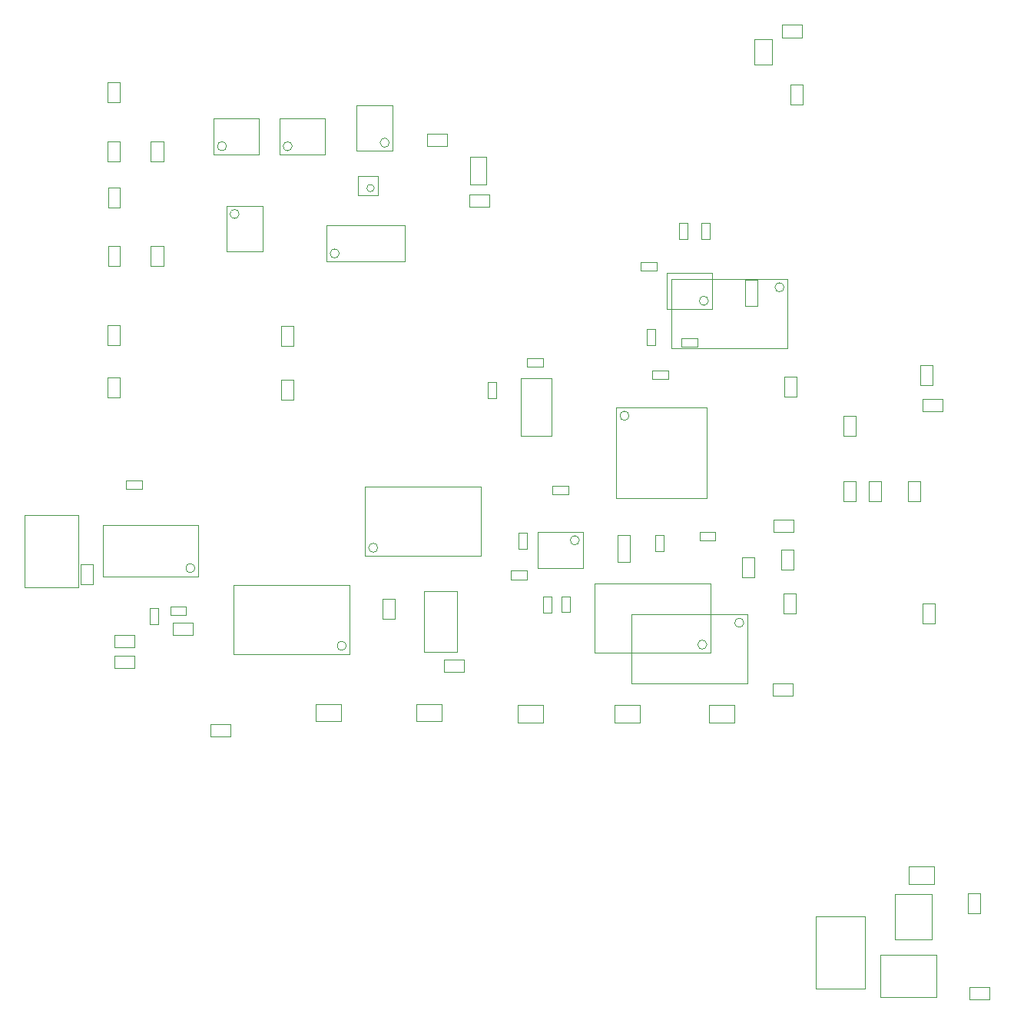
<source format=gbr>
%TF.GenerationSoftware,Altium Limited,Altium Designer,18.1.9 (240)*%
G04 Layer_Color=16711935*
%FSLAX26Y26*%
%MOIN*%
%TF.FileFunction,Other,Mechanical_13*%
%TF.Part,Single*%
G01*
G75*
%TA.AperFunction,NonConductor*%
%ADD73C,0.003937*%
D73*
X8636378Y5562992D02*
G03*
X8636378Y5562992I-19685J0D01*
G01*
X8444488Y4027402D02*
G03*
X8444488Y4027402I-19685J0D01*
G01*
X9101220Y3690827D02*
G03*
X9101220Y3690827I-19685J0D01*
G01*
X9238150Y4115827D02*
G03*
X9238150Y4115827I-19685J0D01*
G01*
X10826220Y3790512D02*
G03*
X10826220Y3790512I-19685J0D01*
G01*
X10666220Y3695827D02*
G03*
X10666220Y3695827I-19685J0D01*
G01*
X10112677Y4148307D02*
G03*
X10112677Y4148307I-19685J0D01*
G01*
X10672677Y5186693D02*
G03*
X10672677Y5186693I-19685J0D01*
G01*
X9222559Y5675157D02*
G03*
X9222559Y5675157I-15748J0D01*
G01*
X9070827Y5391693D02*
G03*
X9070827Y5391693I-19685J0D01*
G01*
X10328268Y4688349D02*
G03*
X10328268Y4688349I-19685J0D01*
G01*
X11001220Y5245118D02*
G03*
X11001220Y5245118I-19685J0D01*
G01*
X8581693Y5856693D02*
G03*
X8581693Y5856693I-19685J0D01*
G01*
X8866693D02*
G03*
X8866693Y5856693I-19685J0D01*
G01*
X9287992Y5872008D02*
G03*
X9287992Y5872008I-19685J0D01*
G01*
X8738740Y5401575D02*
Y5598425D01*
X8581260D02*
X8738740D01*
X8581260Y5401575D02*
X8738740D01*
X8581260D02*
Y5598425D01*
X8046850Y3991969D02*
Y4212441D01*
X8460236Y3991969D02*
Y4212441D01*
X8046850D02*
X8460236D01*
X8046850Y3991969D02*
X8460236D01*
X7705709Y3942520D02*
Y4257480D01*
X7937992Y3942520D02*
Y4257480D01*
X7705709Y3942520D02*
X7937992D01*
X7705709Y4257480D02*
X7937992D01*
X8145551Y4371299D02*
X8214449D01*
X8145551Y4408701D02*
X8214449D01*
X8145551Y4371299D02*
Y4408701D01*
X8214449Y4371299D02*
Y4408701D01*
X7950591Y3956693D02*
Y4043307D01*
X8003740Y3956693D02*
Y4043307D01*
X7950591Y3956693D02*
X8003740D01*
X7950591Y4043307D02*
X8003740D01*
X8248465Y3785551D02*
Y3854449D01*
X8285866Y3785551D02*
Y3854449D01*
X8248465D02*
X8285866D01*
X8248465Y3785551D02*
X8285866D01*
X8337717Y3822480D02*
X8406614D01*
X8337717Y3859882D02*
X8406614D01*
X8337717Y3822480D02*
Y3859882D01*
X8406614Y3822480D02*
Y3859882D01*
X8096693Y3683425D02*
X8183307D01*
X8096693Y3736575D02*
X8183307D01*
Y3683425D02*
Y3736575D01*
X8096693Y3683425D02*
Y3736575D01*
X8348858Y3738425D02*
X8435472D01*
X8348858Y3791575D02*
X8435472D01*
Y3738425D02*
Y3791575D01*
X8348858Y3738425D02*
Y3791575D01*
X8096693Y3593425D02*
X8183307D01*
X8096693Y3646575D02*
X8183307D01*
Y3593425D02*
Y3646575D01*
X8096693Y3593425D02*
Y3646575D01*
X8511693Y3351575D02*
X8598307D01*
X8511693Y3298425D02*
X8598307D01*
X8511693D02*
Y3351575D01*
X8598307Y3298425D02*
Y3351575D01*
X9526693Y3631575D02*
X9613307D01*
X9526693Y3578425D02*
X9613307D01*
X9526693D02*
Y3631575D01*
X9613307Y3578425D02*
Y3631575D01*
X9311575Y3806693D02*
Y3893307D01*
X9258425Y3806693D02*
Y3893307D01*
X9311575D01*
X9258425Y3806693D02*
X9311575D01*
X8613031Y3655394D02*
Y3954606D01*
X9116969Y3655394D02*
Y3954606D01*
X8613031D02*
X9116969D01*
X8613031Y3655394D02*
X9116969D01*
X9686969Y4080394D02*
Y4379606D01*
X9183031Y4080394D02*
Y4379606D01*
X9686969D01*
X9183031Y4080394D02*
X9686969D01*
X10633976Y4184535D02*
X10702874D01*
X10633976Y4147133D02*
X10702874D01*
X10633976D02*
Y4184535D01*
X10702874Y4147133D02*
Y4184535D01*
X10338031Y3526732D02*
Y3825945D01*
X10841969Y3526732D02*
Y3825945D01*
X10338031Y3526732D02*
X10841969D01*
X10338031Y3825945D02*
X10841969D01*
X8969882Y3363898D02*
X9080118D01*
X8969882Y3438701D02*
X9080118D01*
Y3363898D02*
Y3438701D01*
X8969882Y3363898D02*
Y3438701D01*
X9404882Y3363898D02*
X9515118D01*
X9404882Y3438701D02*
X9515118D01*
Y3363898D02*
Y3438701D01*
X9404882Y3363898D02*
Y3438701D01*
X9844882Y3357598D02*
X9955118D01*
X9844882Y3432402D02*
X9955118D01*
Y3357598D02*
Y3432402D01*
X9844882Y3357598D02*
Y3432402D01*
X10674882Y3357598D02*
X10785118D01*
X10674882Y3432402D02*
X10785118D01*
Y3357598D02*
Y3432402D01*
X10674882Y3357598D02*
Y3432402D01*
X10264882Y3357598D02*
X10375118D01*
X10264882Y3432402D02*
X10375118D01*
Y3357598D02*
Y3432402D01*
X10264882Y3357598D02*
Y3432402D01*
X9857480Y4600000D02*
X9992520D01*
X9857480D02*
Y4850000D01*
X9992520Y4600000D02*
Y4850000D01*
X9857480D02*
X9992520D01*
X10441299Y4100551D02*
Y4169449D01*
X10478701Y4100551D02*
Y4169449D01*
X10441299D02*
X10478701D01*
X10441299Y4100551D02*
X10478701D01*
X9753701Y4765551D02*
Y4834449D01*
X9716299Y4765551D02*
Y4834449D01*
X9753701D01*
X9716299Y4765551D02*
X9753701D01*
X9954449Y4901299D02*
Y4938701D01*
X9885551Y4901299D02*
Y4938701D01*
Y4901299D02*
X9954449D01*
X9885551Y4938701D02*
X9954449D01*
X10178031Y3660394D02*
Y3959606D01*
X10681969Y3660394D02*
Y3959606D01*
X10178031D02*
X10681969D01*
X10178031Y3660394D02*
X10681969D01*
X10280039Y4170079D02*
X10331220D01*
X10280039Y4055118D02*
X10331220D01*
X10280039D02*
Y4170079D01*
X10331220Y4055118D02*
Y4170079D01*
X9848031Y4179449D02*
X9885433D01*
X9848031Y4110551D02*
X9885433D01*
Y4179449D01*
X9848031Y4110551D02*
Y4179449D01*
X10036299Y3836142D02*
X10073701D01*
X10036299Y3905039D02*
X10073701D01*
X10036299Y3836142D02*
Y3905039D01*
X10073701Y3836142D02*
Y3905039D01*
X9956299Y3904449D02*
X9993701D01*
X9956299Y3835551D02*
X9993701D01*
Y3904449D01*
X9956299Y3835551D02*
Y3904449D01*
X9995551Y4383701D02*
X10064449D01*
X9995551Y4346299D02*
X10064449D01*
X9995551D02*
Y4383701D01*
X10064449Y4346299D02*
Y4383701D01*
X9815551Y3979016D02*
X9884449D01*
X9815551Y4016417D02*
X9884449D01*
Y3979016D02*
Y4016417D01*
X9815551Y3979016D02*
Y4016417D01*
X9931575Y4026260D02*
Y4183740D01*
X10128425Y4026260D02*
Y4183740D01*
X9931575Y4026260D02*
X10128425D01*
X9931575Y4183740D02*
X10128425D01*
X10491575Y5151260D02*
Y5308740D01*
X10688425Y5151260D02*
Y5308740D01*
X10491575D02*
X10688425D01*
X10491575Y5151260D02*
X10688425D01*
X10430551Y4883701D02*
X10499449D01*
X10430551Y4846299D02*
X10499449D01*
X10430551D02*
Y4883701D01*
X10499449Y4846299D02*
Y4883701D01*
X10641299Y5524449D02*
X10678701D01*
X10641299Y5455551D02*
X10678701D01*
X10641299D02*
Y5524449D01*
X10678701Y5455551D02*
Y5524449D01*
X10546299Y5455551D02*
X10583701D01*
X10546299Y5524449D02*
X10583701D01*
Y5455551D02*
Y5524449D01*
X10546299Y5455551D02*
Y5524449D01*
X10833780Y5162520D02*
X10884961D01*
X10833780Y5277480D02*
X10884961D01*
X10833780Y5162520D02*
Y5277480D01*
X10884961Y5162520D02*
Y5277480D01*
X10406299Y4995551D02*
X10443701D01*
X10406299Y5064449D02*
X10443701D01*
Y4995551D02*
Y5064449D01*
X10406299Y4995551D02*
Y5064449D01*
X10380551Y5353701D02*
X10449449D01*
X10380551Y5316299D02*
X10449449D01*
Y5353701D01*
X10380551Y5316299D02*
Y5353701D01*
X10555551Y4986299D02*
X10624449D01*
X10555551Y5023701D02*
X10624449D01*
X10555551Y4986299D02*
Y5023701D01*
X10624449Y4986299D02*
Y5023701D01*
X9238307Y5643661D02*
Y5726338D01*
X9151693Y5643661D02*
Y5726338D01*
Y5643661D02*
X9238307D01*
X9151693Y5726338D02*
X9238307D01*
X9015709Y5356260D02*
X9354291D01*
X9015709Y5513740D02*
X9354291D01*
X9015709Y5356260D02*
Y5513740D01*
X9354291Y5356260D02*
Y5513740D01*
X9451693Y5858425D02*
X9538307D01*
X9451693Y5911575D02*
X9538307D01*
Y5858425D02*
Y5911575D01*
X9451693Y5858425D02*
Y5911575D01*
X9636693Y5593425D02*
X9723307D01*
X9636693Y5646575D02*
X9723307D01*
Y5593425D02*
Y5646575D01*
X9636693Y5593425D02*
Y5646575D01*
X9640551Y5689961D02*
X9709449D01*
X9640551Y5810039D02*
X9709449D01*
Y5689961D02*
Y5810039D01*
X9640551Y5689961D02*
Y5810039D01*
X11137913Y2202913D02*
Y2517087D01*
X11352087Y2202913D02*
Y2517087D01*
X11137913Y2202913D02*
X11352087D01*
X11137913Y2517087D02*
X11352087D01*
X11542953Y2732402D02*
X11653189D01*
X11542953Y2657598D02*
X11653189D01*
X11542953D02*
Y2732402D01*
X11653189Y2657598D02*
Y2732402D01*
X11806693Y2158425D02*
X11893307D01*
X11806693Y2211575D02*
X11893307D01*
Y2158425D02*
Y2211575D01*
X11806693Y2158425D02*
Y2211575D01*
X11851575Y2531693D02*
Y2618307D01*
X11798425Y2531693D02*
Y2618307D01*
X11851575D01*
X11798425Y2531693D02*
X11851575D01*
X11481102Y2613425D02*
X11642520D01*
X11481102Y2416575D02*
X11642520D01*
X11481102D02*
Y2613425D01*
X11642520Y2416575D02*
Y2613425D01*
X11418937Y2351142D02*
X11661063D01*
X11418937Y2168858D02*
X11661063D01*
X11418937D02*
Y2351142D01*
X11661063Y2168858D02*
Y2351142D01*
X8308559Y5336693D02*
Y5423307D01*
X8253441Y5336693D02*
Y5423307D01*
X8308559D01*
X8253441Y5336693D02*
X8308559D01*
X8307559Y5791693D02*
Y5878307D01*
X8252441Y5791693D02*
Y5878307D01*
X8307559D01*
X8252441Y5791693D02*
X8307559D01*
X8119575D02*
Y5878307D01*
X8066425Y5791693D02*
Y5878307D01*
X8119575D01*
X8066425Y5791693D02*
X8119575D01*
X8120575Y5336693D02*
Y5423307D01*
X8067425Y5336693D02*
Y5423307D01*
X8120575D01*
X8067425Y5336693D02*
X8120575D01*
X8872559Y4756693D02*
Y4843307D01*
X8817441Y4756693D02*
Y4843307D01*
X8872559D01*
X8817441Y4756693D02*
X8872559D01*
X8120575Y5591693D02*
Y5678307D01*
X8067425Y5591693D02*
Y5678307D01*
X8120575D01*
X8067425Y5591693D02*
X8120575D01*
X8119575Y6046693D02*
Y6133307D01*
X8066425Y6046693D02*
Y6133307D01*
X8119575D01*
X8066425Y6046693D02*
X8119575D01*
X8871575Y4990197D02*
Y5076811D01*
X8818425Y4990197D02*
Y5076811D01*
X8871575D01*
X8818425Y4990197D02*
X8871575D01*
X8118575Y4993581D02*
Y5080195D01*
X8065425Y4993581D02*
Y5080195D01*
X8118575D01*
X8065425Y4993581D02*
X8118575D01*
X8119559Y4766693D02*
Y4853307D01*
X8064441Y4766693D02*
Y4853307D01*
X8119559D01*
X8064441Y4766693D02*
X8119559D01*
X10947402Y6209882D02*
Y6320118D01*
X10872598Y6209882D02*
Y6320118D01*
X10947402D01*
X10872598Y6209882D02*
X10947402D01*
X10991693Y6382559D02*
X11078307D01*
X10991693Y6327441D02*
X11078307D01*
X10991693D02*
Y6382559D01*
X11078307Y6327441D02*
Y6382559D01*
X11027441Y6036693D02*
Y6123307D01*
X11082559Y6036693D02*
Y6123307D01*
X11027441Y6036693D02*
X11082559D01*
X11027441Y6123307D02*
X11082559D01*
X11051575Y3832244D02*
Y3918858D01*
X10998425Y3832244D02*
Y3918858D01*
Y3832244D02*
X11051575D01*
X10998425Y3918858D02*
X11051575D01*
X10273150Y4723782D02*
X10666850D01*
X10273150Y4330081D02*
X10666850D01*
X10273150D02*
Y4723782D01*
X10666850Y4330081D02*
Y4723782D01*
X10871575Y3987244D02*
Y4073858D01*
X10818425Y3987244D02*
Y4073858D01*
Y3987244D02*
X10871575D01*
X10818425Y4073858D02*
X10871575D01*
X11601693Y4761575D02*
X11688307D01*
X11601693Y4708425D02*
X11688307D01*
Y4761575D01*
X11601693Y4708425D02*
Y4761575D01*
X11646575Y4821693D02*
Y4908307D01*
X11593425Y4821693D02*
Y4908307D01*
Y4821693D02*
X11646575D01*
X11593425Y4908307D02*
X11646575D01*
X11258425Y4316693D02*
Y4403307D01*
X11311575Y4316693D02*
Y4403307D01*
X11258425D02*
X11311575D01*
X11258425Y4316693D02*
X11311575D01*
X11258425Y4599646D02*
Y4686260D01*
X11311575Y4599646D02*
Y4686260D01*
X11258425D02*
X11311575D01*
X11258425Y4599646D02*
X11311575D01*
X11056575Y4771693D02*
Y4858307D01*
X11003425Y4771693D02*
Y4858307D01*
Y4771693D02*
X11056575D01*
X11003425Y4858307D02*
X11056575D01*
X10956693Y4183425D02*
X11043307D01*
X10956693Y4236575D02*
X11043307D01*
X10956693Y4183425D02*
Y4236575D01*
X11043307Y4183425D02*
Y4236575D01*
X11591575Y4316693D02*
Y4403307D01*
X11538425Y4316693D02*
Y4403307D01*
Y4316693D02*
X11591575D01*
X11538425Y4403307D02*
X11591575D01*
X10988976Y4021693D02*
Y4108307D01*
X11042126Y4021693D02*
Y4108307D01*
X10988976D02*
X11042126D01*
X10988976Y4021693D02*
X11042126D01*
X10951693Y3473819D02*
X11038307D01*
X10951693Y3526968D02*
X11038307D01*
X10951693Y3473819D02*
Y3526968D01*
X11038307Y3473819D02*
Y3526968D01*
X11421575Y4316693D02*
Y4403307D01*
X11368425Y4316693D02*
Y4403307D01*
Y4316693D02*
X11421575D01*
X11368425Y4403307D02*
X11421575D01*
X11603425Y3786693D02*
Y3873307D01*
X11656575Y3786693D02*
Y3873307D01*
X11603425D02*
X11656575D01*
X11603425Y3786693D02*
X11656575D01*
X9438150Y3663780D02*
X9583819D01*
X9438150Y3927559D02*
X9583819D01*
Y3663780D02*
Y3927559D01*
X9438150Y3663780D02*
Y3927559D01*
X10513031Y4981339D02*
Y5280551D01*
X11016969Y4981339D02*
Y5280551D01*
X10513031Y4981339D02*
X11016969D01*
X10513031Y5280551D02*
X11016969D01*
X8723425Y5821260D02*
Y5978740D01*
X8526575Y5821260D02*
Y5978740D01*
X8723425D01*
X8526575Y5821260D02*
X8723425D01*
X9008425D02*
Y5978740D01*
X8811575Y5821260D02*
Y5978740D01*
X9008425D01*
X8811575Y5821260D02*
X9008425D01*
X9146260Y6033425D02*
X9303740D01*
X9146260Y5836575D02*
X9303740D01*
X9146260D02*
Y6033425D01*
X9303740Y5836575D02*
Y6033425D01*
%TF.MD5,3a0441597b8624b3c4f90b75402a05e6*%
M02*

</source>
